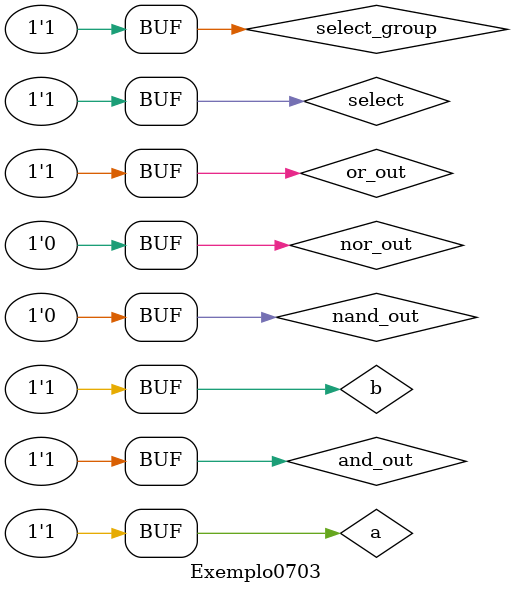
<source format=v>
/*
* Aluno: Henrique Augusto Rodrigues
* Matricula: 675263
* Arquitetura 1 - Tarde
* Guia_07  Exemplo 0703.
*/
module mux (output out_s, input in_0, in_1, select);

//wires
wire not_select;
wire on_0, on_1;


//portas
not NOT1 (not_select, select);
and AND1 (on_0, in_0, not_select);
and AND2 (on_1, in_1, select);

or OR1 (out_s, on_1, on_0);

endmodule

module Exemplo0703;

//definicoes

reg a, b, select, select_group;
wire and_out, or_out, nand_out, nor_out, and_or, nand_nor, s;

and  AND1 (and_out, a, b);
or   OR1 (or_out, a, b);
nand NAND1 (nand_out, a, b);
nor  NOR1 (nor_out, a, b);

mux MUX1(and_or, and_out, or_out, select);
mux MUX2(nand_nor, nand_out, nor_out, select);
mux MUX3(s, nand_nor, and_or, select_group);


initial
begin: main
$display("Exemplo_0703");
$display("675263 - Henrique Augusto Rodrigues");
$display(" a  b  s_group select  S");

a=1'b0; b=1'b0; select_group=1'b0; select=1'b0;

//monitor
#1 $monitor(" %b  %b     %b      %b     %b", a, b, select_group, select, s);

#1 a=1'b0; b=1'b1; select_group=1'b0; select=1'b0;
#1 a=1'b1; b=1'b0; select_group=1'b0; select=1'b0;
#1 a=1'b1; b=1'b1; select_group=1'b0; select=1'b0;

#1 a=1'b0; b=1'b0; select_group=1'b0; select=1'b1;$display("");
#1 a=1'b0; b=1'b1; select_group=1'b0; select=1'b1;
#1 a=1'b1; b=1'b0; select_group=1'b0; select=1'b1;
#1 a=1'b1; b=1'b1; select_group=1'b0; select=1'b1;

#1 a=1'b0; b=1'b0; select_group=1'b1; select=1'b0;$display("");
#1 a=1'b0; b=1'b1; select_group=1'b1; select=1'b0;
#1 a=1'b1; b=1'b0; select_group=1'b1; select=1'b0;
#1 a=1'b1; b=1'b1; select_group=1'b1; select=1'b0;


#1 a=1'b0; b=1'b0; select_group=1'b1; select=1'b1;$display("");
#1 a=1'b0; b=1'b1; select_group=1'b1; select=1'b1;
#1 a=1'b1; b=1'b0; select_group=1'b1; select=1'b1;
#1 a=1'b1; b=1'b1; select_group=1'b1; select=1'b1;

end
endmodule

</source>
